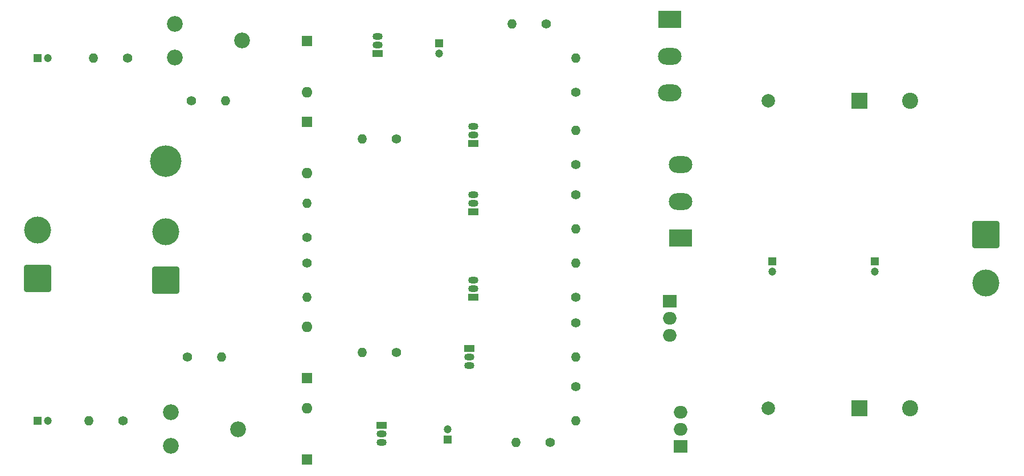
<source format=gbr>
%TF.GenerationSoftware,KiCad,Pcbnew,8.0.4*%
%TF.CreationDate,2024-09-08T18:57:07-07:00*%
%TF.ProjectId,Dorr_Amp_REV-,446f7272-5f41-46d7-905f-5245562d2e6b,-*%
%TF.SameCoordinates,Original*%
%TF.FileFunction,Soldermask,Top*%
%TF.FilePolarity,Negative*%
%FSLAX46Y46*%
G04 Gerber Fmt 4.6, Leading zero omitted, Abs format (unit mm)*
G04 Created by KiCad (PCBNEW 8.0.4) date 2024-09-08 18:57:07*
%MOMM*%
%LPD*%
G01*
G04 APERTURE LIST*
G04 Aperture macros list*
%AMRoundRect*
0 Rectangle with rounded corners*
0 $1 Rounding radius*
0 $2 $3 $4 $5 $6 $7 $8 $9 X,Y pos of 4 corners*
0 Add a 4 corners polygon primitive as box body*
4,1,4,$2,$3,$4,$5,$6,$7,$8,$9,$2,$3,0*
0 Add four circle primitives for the rounded corners*
1,1,$1+$1,$2,$3*
1,1,$1+$1,$4,$5*
1,1,$1+$1,$6,$7*
1,1,$1+$1,$8,$9*
0 Add four rect primitives between the rounded corners*
20,1,$1+$1,$2,$3,$4,$5,0*
20,1,$1+$1,$4,$5,$6,$7,0*
20,1,$1+$1,$6,$7,$8,$9,0*
20,1,$1+$1,$8,$9,$2,$3,0*%
G04 Aperture macros list end*
%ADD10C,1.400000*%
%ADD11O,1.400000X1.400000*%
%ADD12C,2.000000*%
%ADD13R,1.200000X1.200000*%
%ADD14C,1.200000*%
%ADD15RoundRect,0.250000X1.750000X-1.750000X1.750000X1.750000X-1.750000X1.750000X-1.750000X-1.750000X0*%
%ADD16C,4.000000*%
%ADD17C,2.340000*%
%ADD18R,1.500000X1.050000*%
%ADD19O,1.500000X1.050000*%
%ADD20R,1.600000X1.600000*%
%ADD21O,1.600000X1.600000*%
%ADD22R,3.500000X2.500000*%
%ADD23O,3.500000X2.500000*%
%ADD24RoundRect,0.250000X-1.750000X1.750000X-1.750000X-1.750000X1.750000X-1.750000X1.750000X1.750000X0*%
%ADD25R,2.000000X1.905000*%
%ADD26O,2.000000X1.905000*%
%ADD27R,2.400000X2.400000*%
%ADD28C,2.400000*%
%ADD29C,4.700000*%
G04 APERTURE END LIST*
D10*
%TO.C,R8*%
X97155000Y-120015000D03*
D11*
X102235000Y-120015000D03*
%TD*%
D10*
%TO.C,R14*%
X128270000Y-87630000D03*
D11*
X123190000Y-87630000D03*
%TD*%
D12*
%TO.C,TP1*%
X183515000Y-127635000D03*
%TD*%
D10*
%TO.C,R12*%
X97790000Y-81915000D03*
D11*
X102870000Y-81915000D03*
%TD*%
D13*
%TO.C,C1*%
X184150000Y-105815000D03*
D14*
X184150000Y-107315000D03*
%TD*%
D10*
%TO.C,R15*%
X154940000Y-95885000D03*
D11*
X154940000Y-100965000D03*
%TD*%
D15*
%TO.C,J3*%
X93980000Y-108585000D03*
D16*
X93980000Y-101385000D03*
%TD*%
D10*
%TO.C,R3*%
X154940000Y-114935000D03*
D11*
X154940000Y-120015000D03*
%TD*%
D13*
%TO.C,C3*%
X74930000Y-129540000D03*
D14*
X76430000Y-129540000D03*
%TD*%
D17*
%TO.C,R11*%
X95330000Y-75500000D03*
X105330000Y-73000000D03*
X95330000Y-70500000D03*
%TD*%
D10*
%TO.C,R2*%
X154940000Y-111125000D03*
D11*
X154940000Y-106045000D03*
%TD*%
D13*
%TO.C,C5*%
X74930000Y-75565000D03*
D14*
X76430000Y-75565000D03*
%TD*%
D18*
%TO.C,Q6*%
X125455000Y-74930000D03*
D19*
X125455000Y-73660000D03*
X125455000Y-72390000D03*
%TD*%
D20*
%TO.C,D3*%
X114935000Y-85090000D03*
D21*
X114935000Y-92710000D03*
%TD*%
D13*
%TO.C,C6*%
X134620000Y-73430000D03*
D14*
X134620000Y-74930000D03*
%TD*%
D10*
%TO.C,R10*%
X88265000Y-75565000D03*
D11*
X83185000Y-75565000D03*
%TD*%
D13*
%TO.C,C4*%
X135890000Y-132310000D03*
D14*
X135890000Y-130810000D03*
%TD*%
D10*
%TO.C,R6*%
X87630000Y-129540000D03*
D11*
X82550000Y-129540000D03*
%TD*%
D22*
%TO.C,Q10*%
X168910000Y-69850000D03*
D23*
X168910000Y-75325000D03*
X168910000Y-80800000D03*
%TD*%
D13*
%TO.C,C7*%
X199390000Y-105815000D03*
D14*
X199390000Y-107315000D03*
%TD*%
D10*
%TO.C,R16*%
X150495000Y-70485000D03*
D11*
X145415000Y-70485000D03*
%TD*%
D20*
%TO.C,D1*%
X114935000Y-123190000D03*
D21*
X114935000Y-115570000D03*
%TD*%
D10*
%TO.C,R9*%
X151130000Y-132715000D03*
D11*
X146050000Y-132715000D03*
%TD*%
D24*
%TO.C,J1*%
X215900000Y-101810000D03*
D16*
X215900000Y-109010000D03*
%TD*%
D18*
%TO.C,Q8*%
X139700000Y-88265000D03*
D19*
X139700000Y-86995000D03*
X139700000Y-85725000D03*
%TD*%
D10*
%TO.C,R18*%
X154940000Y-80645000D03*
D11*
X154940000Y-75565000D03*
%TD*%
D17*
%TO.C,R7*%
X94695000Y-133285000D03*
X104695000Y-130785000D03*
X94695000Y-128285000D03*
%TD*%
D18*
%TO.C,Q1*%
X139700000Y-111125000D03*
D19*
X139700000Y-109855000D03*
X139700000Y-108585000D03*
%TD*%
D10*
%TO.C,R17*%
X154940000Y-91440000D03*
D11*
X154940000Y-86360000D03*
%TD*%
D25*
%TO.C,Q9*%
X168910000Y-111760000D03*
D26*
X168910000Y-114300000D03*
X168910000Y-116840000D03*
%TD*%
D12*
%TO.C,TP2*%
X183515000Y-81915000D03*
%TD*%
D10*
%TO.C,R1*%
X114935000Y-106045000D03*
D11*
X114935000Y-111125000D03*
%TD*%
D18*
%TO.C,Q7*%
X139700000Y-98425000D03*
D19*
X139700000Y-97155000D03*
X139700000Y-95885000D03*
%TD*%
D27*
%TO.C,C2*%
X197086041Y-127635000D03*
D28*
X204586041Y-127635000D03*
%TD*%
D15*
%TO.C,J2*%
X74930000Y-108375000D03*
D16*
X74930000Y-101175000D03*
%TD*%
D20*
%TO.C,D4*%
X114935000Y-73025000D03*
D21*
X114935000Y-80645000D03*
%TD*%
D18*
%TO.C,Q3*%
X126005000Y-130175000D03*
D19*
X126005000Y-131445000D03*
X126005000Y-132715000D03*
%TD*%
D25*
%TO.C,Q5*%
X170490000Y-133350000D03*
D26*
X170490000Y-130810000D03*
X170490000Y-128270000D03*
%TD*%
D27*
%TO.C,C8*%
X197086041Y-81915000D03*
D28*
X204586041Y-81915000D03*
%TD*%
D18*
%TO.C,Q4*%
X139065000Y-118745000D03*
D19*
X139065000Y-120015000D03*
X139065000Y-121285000D03*
%TD*%
D10*
%TO.C,R13*%
X114935000Y-102235000D03*
D11*
X114935000Y-97155000D03*
%TD*%
D10*
%TO.C,R5*%
X154940000Y-124460000D03*
D11*
X154940000Y-129540000D03*
%TD*%
D29*
%TO.C,H1*%
X93980000Y-90905000D03*
%TD*%
D10*
%TO.C,R4*%
X128270000Y-119380000D03*
D11*
X123190000Y-119380000D03*
%TD*%
D20*
%TO.C,D2*%
X114935000Y-135255000D03*
D21*
X114935000Y-127635000D03*
%TD*%
D22*
%TO.C,Q2*%
X170490000Y-102390000D03*
D23*
X170490000Y-96915000D03*
X170490000Y-91440000D03*
%TD*%
M02*

</source>
